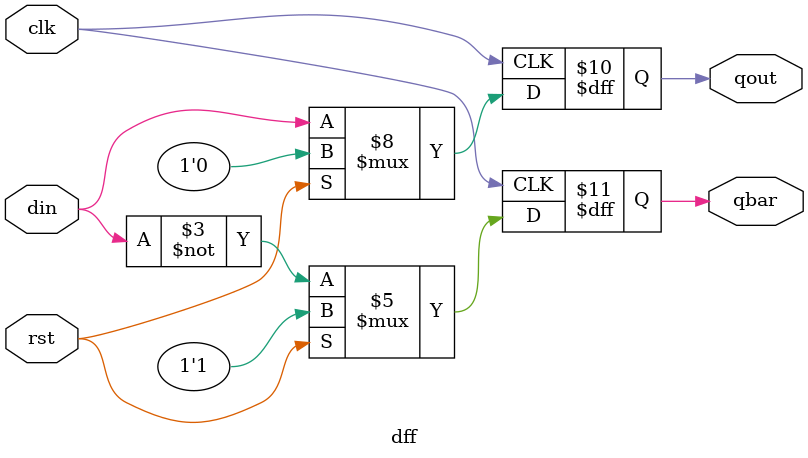
<source format=v>
`timescale 1ns / 1ps
module dff(
    input din,
	 input clk,rst,
    output reg qout,qbar);
always@(posedge clk)
begin
if(rst==1'b1) begin
qout= 1'b0;
qbar= 1'b1; end

else begin
qout= din;
qbar=~din;
end

end
endmodule

</source>
